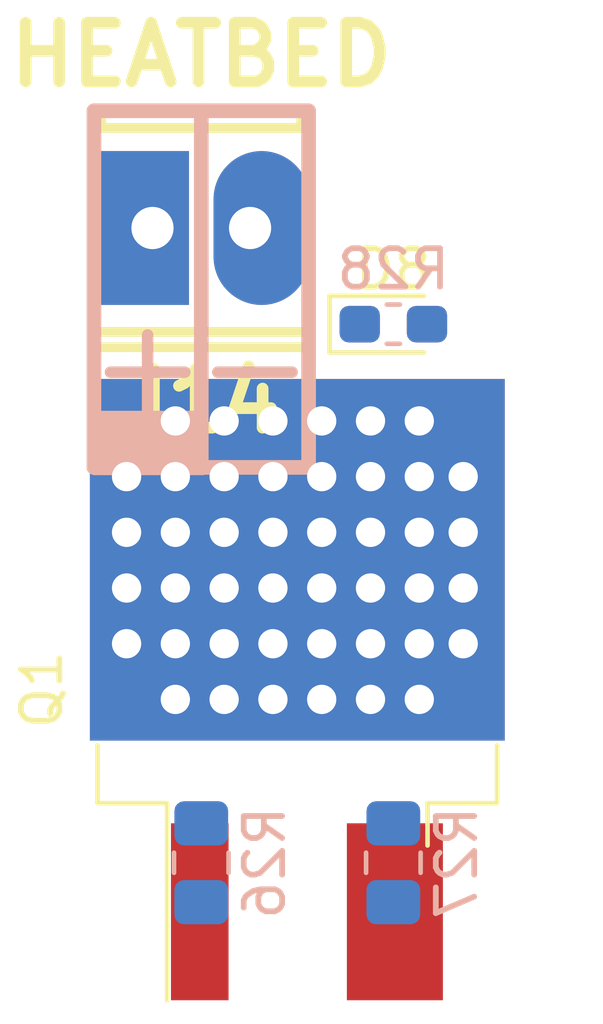
<source format=kicad_pcb>
(kicad_pcb (version 20171130) (host pcbnew 5.0.2-bee76a0~70~ubuntu18.04.1)

  (general
    (thickness 1.6)
    (drawings 0)
    (tracks 0)
    (zones 0)
    (modules 6)
    (nets 7)
  )

  (page A4)
  (layers
    (0 F.Cu signal)
    (31 B.Cu signal)
    (32 B.Adhes user)
    (33 F.Adhes user)
    (34 B.Paste user)
    (35 F.Paste user)
    (36 B.SilkS user)
    (37 F.SilkS user)
    (38 B.Mask user)
    (39 F.Mask user)
    (40 Dwgs.User user)
    (41 Cmts.User user)
    (42 Eco1.User user)
    (43 Eco2.User user)
    (44 Edge.Cuts user)
    (45 Margin user)
    (46 B.CrtYd user)
    (47 F.CrtYd user)
    (48 B.Fab user)
    (49 F.Fab user)
  )

  (setup
    (last_trace_width 0.25)
    (trace_clearance 0.2)
    (zone_clearance 0.508)
    (zone_45_only no)
    (trace_min 0.2)
    (segment_width 0.2)
    (edge_width 0.1)
    (via_size 0.8)
    (via_drill 0.4)
    (via_min_size 0.4)
    (via_min_drill 0.3)
    (uvia_size 0.3)
    (uvia_drill 0.1)
    (uvias_allowed no)
    (uvia_min_size 0.2)
    (uvia_min_drill 0.1)
    (pcb_text_width 0.3)
    (pcb_text_size 1.5 1.5)
    (mod_edge_width 0.15)
    (mod_text_size 1 1)
    (mod_text_width 0.15)
    (pad_size 1.5 1.5)
    (pad_drill 0.6)
    (pad_to_mask_clearance 0)
    (solder_mask_min_width 0.25)
    (aux_axis_origin 0 0)
    (visible_elements FFFFFF7F)
    (pcbplotparams
      (layerselection 0x010fc_ffffffff)
      (usegerberextensions false)
      (usegerberattributes false)
      (usegerberadvancedattributes false)
      (creategerberjobfile false)
      (excludeedgelayer true)
      (linewidth 0.100000)
      (plotframeref false)
      (viasonmask false)
      (mode 1)
      (useauxorigin false)
      (hpglpennumber 1)
      (hpglpenspeed 20)
      (hpglpendiameter 15.000000)
      (psnegative false)
      (psa4output false)
      (plotreference true)
      (plotvalue true)
      (plotinvisibletext false)
      (padsonsilk false)
      (subtractmaskfromsilk false)
      (outputformat 1)
      (mirror false)
      (drillshape 1)
      (scaleselection 1)
      (outputdirectory ""))
  )

  (net 0 "")
  (net 1 GND)
  (net 2 +12V2)
  (net 3 "Net-(Q1-Pad1)")
  (net 4 "Net-(D8-Pad2)")
  (net 5 /-12V2)
  (net 6 /HEATBED_EN)

  (net_class Default "This is the default net class."
    (clearance 0.2)
    (trace_width 0.25)
    (via_dia 0.8)
    (via_drill 0.4)
    (uvia_dia 0.3)
    (uvia_drill 0.1)
    (add_net +12V2)
    (add_net /-12V2)
    (add_net /HEATBED_EN)
    (add_net GND)
    (add_net "Net-(D8-Pad2)")
    (add_net "Net-(Q1-Pad1)")
  )

  (module footprint-lib:TO-263-2,thermal_vias (layer F.Cu) (tedit 5CC92939) (tstamp 5CCA9C27)
    (at 7 17 90)
    (descr "TO-263 / D2PAK / DDPAK SMD package, http://www.infineon.com/cms/en/product/packages/PG-TO263/PG-TO263-3-1/")
    (tags "D2PAK DDPAK TO-263 D2PAK-3 TO-263-3 SOT-404")
    (path /5CC0BC7B)
    (attr smd)
    (fp_text reference Q1 (at 0 -6.65 90) (layer F.SilkS)
      (effects (font (size 1 1) (thickness 0.15)))
    )
    (fp_text value WSK220N04 (at 0 6.65 90) (layer F.Fab)
      (effects (font (size 1 1) (thickness 0.15)))
    )
    (fp_line (start 6.5 -5) (end 7.5 -5) (layer F.Fab) (width 0.1))
    (fp_line (start 7.5 -5) (end 7.5 5) (layer F.Fab) (width 0.1))
    (fp_line (start 7.5 5) (end 6.5 5) (layer F.Fab) (width 0.1))
    (fp_line (start 4.825201 -5) (end 4.825201 5) (layer F.Fab) (width 0.1))
    (fp_line (start 6.5 5) (end -2.75 5) (layer F.Fab) (width 0.1))
    (fp_line (start -2.75 5) (end -2.75 -4) (layer F.Fab) (width 0.1))
    (fp_line (start -2.75 -4) (end -1.75 -5) (layer F.Fab) (width 0.1))
    (fp_line (start -1.75 -5) (end 6.5 -5) (layer F.Fab) (width 0.1))
    (fp_line (start -2.75 -3.04) (end -7.45 -3.04) (layer F.Fab) (width 0.1))
    (fp_line (start -7.45 -3.04) (end -7.45 -2.04) (layer F.Fab) (width 0.1))
    (fp_line (start -7.45 -2.04) (end -2.75 -2.04) (layer F.Fab) (width 0.1))
    (fp_line (start -2.75 2.04) (end -7.45 2.04) (layer F.Fab) (width 0.1))
    (fp_line (start -7.45 2.04) (end -7.45 3.04) (layer F.Fab) (width 0.1))
    (fp_line (start -7.45 3.04) (end -2.75 3.04) (layer F.Fab) (width 0.1))
    (fp_line (start -1.45 -5.2) (end -2.95 -5.2) (layer F.SilkS) (width 0.12))
    (fp_line (start -2.95 -5.2) (end -2.95 -3.39) (layer F.SilkS) (width 0.12))
    (fp_line (start -2.95 -3.39) (end -8.075 -3.39) (layer F.SilkS) (width 0.12))
    (fp_line (start -1.45 5.2) (end -2.95 5.2) (layer F.SilkS) (width 0.12))
    (fp_line (start -2.95 5.2) (end -2.95 3.39) (layer F.SilkS) (width 0.12))
    (fp_line (start -2.95 3.39) (end -4.05 3.39) (layer F.SilkS) (width 0.12))
    (fp_line (start -8.32 -5.65) (end -8.32 5.65) (layer F.CrtYd) (width 0.05))
    (fp_line (start -8.32 5.65) (end 8.32 5.65) (layer F.CrtYd) (width 0.05))
    (fp_line (start 8.32 5.65) (end 8.32 -5.65) (layer F.CrtYd) (width 0.05))
    (fp_line (start 8.32 -5.65) (end -8.32 -5.65) (layer F.CrtYd) (width 0.05))
    (fp_text user %R (at 0 0 90) (layer F.Fab)
      (effects (font (size 1 1) (thickness 0.15)))
    )
    (pad 2 thru_hole rect (at 6.985 -1.905 90) (size 1.524 1.524) (drill 0.762) (layers *.Cu *.Mask)
      (net 5 /-12V2))
    (pad 2 thru_hole rect (at 6.985 1.905 90) (size 1.524 1.524) (drill 0.762) (layers *.Cu *.Mask)
      (net 5 /-12V2))
    (pad 2 thru_hole rect (at 6.985 -3.175 90) (size 1.524 1.524) (drill 0.762) (layers *.Cu *.Mask)
      (net 5 /-12V2))
    (pad 2 thru_hole rect (at 6.985 -0.635 90) (size 1.524 1.524) (drill 0.762) (layers *.Cu *.Mask)
      (net 5 /-12V2))
    (pad 2 thru_hole rect (at 6.985 0.635 90) (size 1.524 1.524) (drill 0.762) (layers *.Cu *.Mask)
      (net 5 /-12V2))
    (pad 2 thru_hole rect (at 6.985 3.175 90) (size 1.524 1.524) (drill 0.762) (layers *.Cu *.Mask)
      (net 5 /-12V2))
    (pad 2 thru_hole rect (at 5.5372 4.318 90) (size 1.524 1.524) (drill 0.762) (layers *.Cu *.Mask)
      (net 5 /-12V2))
    (pad 2 thru_hole rect (at 5.5372 -1.905 90) (size 1.524 1.524) (drill 0.762) (layers *.Cu *.Mask)
      (net 5 /-12V2))
    (pad 2 thru_hole rect (at 5.5372 -4.445 90) (size 1.524 1.524) (drill 0.762) (layers *.Cu *.Mask)
      (net 5 /-12V2))
    (pad 2 thru_hole rect (at 5.5372 1.905 90) (size 1.524 1.524) (drill 0.762) (layers *.Cu *.Mask)
      (net 5 /-12V2))
    (pad 2 thru_hole rect (at 5.5372 -3.175 90) (size 1.524 1.524) (drill 0.762) (layers *.Cu *.Mask)
      (net 5 /-12V2))
    (pad 2 thru_hole rect (at 5.5372 -0.635 90) (size 1.524 1.524) (drill 0.762) (layers *.Cu *.Mask)
      (net 5 /-12V2))
    (pad 2 thru_hole rect (at 5.5372 0.635 90) (size 1.524 1.524) (drill 0.762) (layers *.Cu *.Mask)
      (net 5 /-12V2))
    (pad 2 thru_hole rect (at 5.5372 3.175 90) (size 1.524 1.524) (drill 0.762) (layers *.Cu *.Mask)
      (net 5 /-12V2))
    (pad 2 thru_hole rect (at 4.0894 4.318 90) (size 1.524 1.524) (drill 0.762) (layers *.Cu *.Mask)
      (net 5 /-12V2))
    (pad 2 thru_hole rect (at 4.0894 -1.905 90) (size 1.524 1.524) (drill 0.762) (layers *.Cu *.Mask)
      (net 5 /-12V2))
    (pad 2 thru_hole rect (at 4.0894 -4.445 90) (size 1.524 1.524) (drill 0.762) (layers *.Cu *.Mask)
      (net 5 /-12V2))
    (pad 2 thru_hole rect (at 4.0894 1.905 90) (size 1.524 1.524) (drill 0.762) (layers *.Cu *.Mask)
      (net 5 /-12V2))
    (pad 2 thru_hole rect (at 4.0894 -3.175 90) (size 1.524 1.524) (drill 0.762) (layers *.Cu *.Mask)
      (net 5 /-12V2))
    (pad 2 thru_hole rect (at 4.0894 -0.635 90) (size 1.524 1.524) (drill 0.762) (layers *.Cu *.Mask)
      (net 5 /-12V2))
    (pad 2 thru_hole rect (at 4.0894 0.635 90) (size 1.524 1.524) (drill 0.762) (layers *.Cu *.Mask)
      (net 5 /-12V2))
    (pad 2 thru_hole rect (at 4.0894 3.175 90) (size 1.524 1.524) (drill 0.762) (layers *.Cu *.Mask)
      (net 5 /-12V2))
    (pad 2 thru_hole rect (at 2.6416 4.318 90) (size 1.524 1.524) (drill 0.762) (layers *.Cu *.Mask)
      (net 5 /-12V2))
    (pad 2 thru_hole rect (at 2.6416 -1.905 90) (size 1.524 1.524) (drill 0.762) (layers *.Cu *.Mask)
      (net 5 /-12V2))
    (pad 2 thru_hole rect (at 2.6416 -4.445 90) (size 1.524 1.524) (drill 0.762) (layers *.Cu *.Mask)
      (net 5 /-12V2))
    (pad 2 thru_hole rect (at 2.6416 1.905 90) (size 1.524 1.524) (drill 0.762) (layers *.Cu *.Mask)
      (net 5 /-12V2))
    (pad 2 thru_hole rect (at 2.6416 -3.175 90) (size 1.524 1.524) (drill 0.762) (layers *.Cu *.Mask)
      (net 5 /-12V2))
    (pad 2 thru_hole rect (at 2.6416 -0.635 90) (size 1.524 1.524) (drill 0.762) (layers *.Cu *.Mask)
      (net 5 /-12V2))
    (pad 2 thru_hole rect (at 2.6416 0.635 90) (size 1.524 1.524) (drill 0.762) (layers *.Cu *.Mask)
      (net 5 /-12V2))
    (pad 2 thru_hole rect (at 2.6416 3.175 90) (size 1.524 1.524) (drill 0.762) (layers *.Cu *.Mask)
      (net 5 /-12V2))
    (pad 2 thru_hole rect (at 1.1938 4.318 90) (size 1.524 1.524) (drill 0.762) (layers *.Cu *.Mask)
      (net 5 /-12V2))
    (pad 2 thru_hole rect (at 1.1938 -1.905 90) (size 1.524 1.524) (drill 0.762) (layers *.Cu *.Mask)
      (net 5 /-12V2))
    (pad 2 thru_hole rect (at 1.1938 -4.445 90) (size 1.524 1.524) (drill 0.762) (layers *.Cu *.Mask)
      (net 5 /-12V2))
    (pad 2 thru_hole rect (at 1.1938 1.905 90) (size 1.524 1.524) (drill 0.762) (layers *.Cu *.Mask)
      (net 5 /-12V2))
    (pad 2 thru_hole rect (at 1.1938 -3.175 90) (size 1.524 1.524) (drill 0.762) (layers *.Cu *.Mask)
      (net 5 /-12V2))
    (pad 2 thru_hole rect (at 1.1938 -0.635 90) (size 1.524 1.524) (drill 0.762) (layers *.Cu *.Mask)
      (net 5 /-12V2))
    (pad 2 thru_hole rect (at 1.1938 0.635 90) (size 1.524 1.524) (drill 0.762) (layers *.Cu *.Mask)
      (net 5 /-12V2))
    (pad 2 thru_hole rect (at 1.1938 3.175 90) (size 1.524 1.524) (drill 0.762) (layers *.Cu *.Mask)
      (net 5 /-12V2))
    (pad 2 thru_hole rect (at -0.254 3.175 90) (size 1.524 1.524) (drill 0.762) (layers *.Cu *.Mask)
      (net 5 /-12V2))
    (pad 2 thru_hole rect (at -0.254 1.905 90) (size 1.524 1.524) (drill 0.762) (layers *.Cu *.Mask)
      (net 5 /-12V2))
    (pad 2 thru_hole rect (at -0.254 0.635 90) (size 1.524 1.524) (drill 0.762) (layers *.Cu *.Mask)
      (net 5 /-12V2))
    (pad 2 thru_hole rect (at -0.254 -0.635 90) (size 1.524 1.524) (drill 0.762) (layers *.Cu *.Mask)
      (net 5 /-12V2))
    (pad 2 thru_hole rect (at -0.254 -1.905 90) (size 1.524 1.524) (drill 0.762) (layers *.Cu *.Mask)
      (net 5 /-12V2))
    (pad 2 thru_hole rect (at -0.254 -3.175 90) (size 1.524 1.524) (drill 0.762) (layers *.Cu *.Mask)
      (net 5 /-12V2))
    (pad 2 smd rect (at 3.375 0 90) (size 9.4 10.8) (layers B.Cu F.Mask)
      (net 5 /-12V2))
    (pad 1 smd rect (at -5.775 -2.54 90) (size 4.6 1.5) (layers F.Cu F.Paste F.Mask)
      (net 3 "Net-(Q1-Pad1)"))
    (pad 3 smd rect (at -5.775 2.54 90) (size 4.6 2.5) (layers F.Cu F.Paste F.Mask)
      (net 1 GND))
    (pad 2 smd rect (at 3.375 0 90) (size 9.4 10.8) (layers F.Cu F.Mask)
      (net 5 /-12V2))
    (pad "" smd rect (at 5.8 2.775 90) (size 4.55 5.25) (layers F.Paste))
    (pad "" smd rect (at 0.95 -2.775 90) (size 4.55 5.25) (layers F.Paste))
    (pad "" smd rect (at 5.8 -2.775 90) (size 4.55 5.25) (layers F.Paste))
    (pad "" smd rect (at 0.95 2.775 90) (size 4.55 5.25) (layers F.Paste))
    (model ${KISYS3DMOD}/Package_TO_SOT_SMD.3dshapes/TO-263-2.wrl
      (at (xyz 0 0 0))
      (scale (xyz 1 1 1))
      (rotate (xyz 0 0 0))
    )
  )

  (module LED_SMD:LED_0603_1608Metric_Pad1.05x0.95mm_HandSolder (layer F.Cu) (tedit 5B4B45C9) (tstamp 5CCAA468)
    (at 9.5 7.5)
    (descr "LED SMD 0603 (1608 Metric), square (rectangular) end terminal, IPC_7351 nominal, (Body size source: http://www.tortai-tech.com/upload/download/2011102023233369053.pdf), generated with kicad-footprint-generator")
    (tags "LED handsolder")
    (path /5CC0C24D)
    (attr smd)
    (fp_text reference D8 (at 0 -1.43) (layer F.SilkS)
      (effects (font (size 1 1) (thickness 0.15)))
    )
    (fp_text value LED_RED,0603 (at 0 1.43) (layer F.Fab)
      (effects (font (size 1 1) (thickness 0.15)))
    )
    (fp_line (start 0.8 -0.4) (end -0.5 -0.4) (layer F.Fab) (width 0.1))
    (fp_line (start -0.5 -0.4) (end -0.8 -0.1) (layer F.Fab) (width 0.1))
    (fp_line (start -0.8 -0.1) (end -0.8 0.4) (layer F.Fab) (width 0.1))
    (fp_line (start -0.8 0.4) (end 0.8 0.4) (layer F.Fab) (width 0.1))
    (fp_line (start 0.8 0.4) (end 0.8 -0.4) (layer F.Fab) (width 0.1))
    (fp_line (start 0.8 -0.735) (end -1.66 -0.735) (layer F.SilkS) (width 0.12))
    (fp_line (start -1.66 -0.735) (end -1.66 0.735) (layer F.SilkS) (width 0.12))
    (fp_line (start -1.66 0.735) (end 0.8 0.735) (layer F.SilkS) (width 0.12))
    (fp_line (start -1.65 0.73) (end -1.65 -0.73) (layer F.CrtYd) (width 0.05))
    (fp_line (start -1.65 -0.73) (end 1.65 -0.73) (layer F.CrtYd) (width 0.05))
    (fp_line (start 1.65 -0.73) (end 1.65 0.73) (layer F.CrtYd) (width 0.05))
    (fp_line (start 1.65 0.73) (end -1.65 0.73) (layer F.CrtYd) (width 0.05))
    (fp_text user %R (at 0 0) (layer F.Fab)
      (effects (font (size 0.4 0.4) (thickness 0.06)))
    )
    (pad 1 smd roundrect (at -0.875 0) (size 1.05 0.95) (layers F.Cu F.Paste F.Mask) (roundrect_rratio 0.25)
      (net 5 /-12V2))
    (pad 2 smd roundrect (at 0.875 0) (size 1.05 0.95) (layers F.Cu F.Paste F.Mask) (roundrect_rratio 0.25)
      (net 4 "Net-(D8-Pad2)"))
    (model ${KISYS3DMOD}/LED_SMD.3dshapes/LED_0603_1608Metric.wrl
      (at (xyz 0 0 0))
      (scale (xyz 1 1 1))
      (rotate (xyz 0 0 0))
    )
  )

  (module Resistor_SMD:R_0603_1608Metric_Pad1.05x0.95mm_HandSolder (layer B.Cu) (tedit 5B301BBD) (tstamp 5CCAA18B)
    (at 9.5 7.5 180)
    (descr "Resistor SMD 0603 (1608 Metric), square (rectangular) end terminal, IPC_7351 nominal with elongated pad for handsoldering. (Body size source: http://www.tortai-tech.com/upload/download/2011102023233369053.pdf), generated with kicad-footprint-generator")
    (tags "resistor handsolder")
    (path /5CC0C120)
    (attr smd)
    (fp_text reference R28 (at 0 1.43 180) (layer B.SilkS)
      (effects (font (size 1 1) (thickness 0.15)) (justify mirror))
    )
    (fp_text value R182,0603 (at 0 -1.43 180) (layer B.Fab)
      (effects (font (size 1 1) (thickness 0.15)) (justify mirror))
    )
    (fp_text user %R (at 0 0 180) (layer B.Fab)
      (effects (font (size 0.4 0.4) (thickness 0.06)) (justify mirror))
    )
    (fp_line (start 1.65 -0.73) (end -1.65 -0.73) (layer B.CrtYd) (width 0.05))
    (fp_line (start 1.65 0.73) (end 1.65 -0.73) (layer B.CrtYd) (width 0.05))
    (fp_line (start -1.65 0.73) (end 1.65 0.73) (layer B.CrtYd) (width 0.05))
    (fp_line (start -1.65 -0.73) (end -1.65 0.73) (layer B.CrtYd) (width 0.05))
    (fp_line (start -0.171267 -0.51) (end 0.171267 -0.51) (layer B.SilkS) (width 0.12))
    (fp_line (start -0.171267 0.51) (end 0.171267 0.51) (layer B.SilkS) (width 0.12))
    (fp_line (start 0.8 -0.4) (end -0.8 -0.4) (layer B.Fab) (width 0.1))
    (fp_line (start 0.8 0.4) (end 0.8 -0.4) (layer B.Fab) (width 0.1))
    (fp_line (start -0.8 0.4) (end 0.8 0.4) (layer B.Fab) (width 0.1))
    (fp_line (start -0.8 -0.4) (end -0.8 0.4) (layer B.Fab) (width 0.1))
    (pad 2 smd roundrect (at 0.875 0 180) (size 1.05 0.95) (layers B.Cu B.Paste B.Mask) (roundrect_rratio 0.25)
      (net 2 +12V2))
    (pad 1 smd roundrect (at -0.875 0 180) (size 1.05 0.95) (layers B.Cu B.Paste B.Mask) (roundrect_rratio 0.25)
      (net 4 "Net-(D8-Pad2)"))
    (model ${KISYS3DMOD}/Resistor_SMD.3dshapes/R_0603_1608Metric.wrl
      (at (xyz 0 0 0))
      (scale (xyz 1 1 1))
      (rotate (xyz 0 0 0))
    )
  )

  (module Resistor_SMD:R_0805_2012Metric_Pad1.15x1.40mm_HandSolder (layer B.Cu) (tedit 5B36C52B) (tstamp 5CCA9ED2)
    (at 9.5 21.5 90)
    (descr "Resistor SMD 0805 (2012 Metric), square (rectangular) end terminal, IPC_7351 nominal with elongated pad for handsoldering. (Body size source: https://docs.google.com/spreadsheets/d/1BsfQQcO9C6DZCsRaXUlFlo91Tg2WpOkGARC1WS5S8t0/edit?usp=sharing), generated with kicad-footprint-generator")
    (tags "resistor handsolder")
    (path /5CC0BF5E)
    (attr smd)
    (fp_text reference R27 (at 0 1.65 90) (layer B.SilkS)
      (effects (font (size 1 1) (thickness 0.15)) (justify mirror))
    )
    (fp_text value R104,0805 (at 0 -1.65 90) (layer B.Fab)
      (effects (font (size 1 1) (thickness 0.15)) (justify mirror))
    )
    (fp_line (start -1 -0.6) (end -1 0.6) (layer B.Fab) (width 0.1))
    (fp_line (start -1 0.6) (end 1 0.6) (layer B.Fab) (width 0.1))
    (fp_line (start 1 0.6) (end 1 -0.6) (layer B.Fab) (width 0.1))
    (fp_line (start 1 -0.6) (end -1 -0.6) (layer B.Fab) (width 0.1))
    (fp_line (start -0.261252 0.71) (end 0.261252 0.71) (layer B.SilkS) (width 0.12))
    (fp_line (start -0.261252 -0.71) (end 0.261252 -0.71) (layer B.SilkS) (width 0.12))
    (fp_line (start -1.85 -0.95) (end -1.85 0.95) (layer B.CrtYd) (width 0.05))
    (fp_line (start -1.85 0.95) (end 1.85 0.95) (layer B.CrtYd) (width 0.05))
    (fp_line (start 1.85 0.95) (end 1.85 -0.95) (layer B.CrtYd) (width 0.05))
    (fp_line (start 1.85 -0.95) (end -1.85 -0.95) (layer B.CrtYd) (width 0.05))
    (fp_text user %R (at 0 0 90) (layer B.Fab)
      (effects (font (size 0.5 0.5) (thickness 0.08)) (justify mirror))
    )
    (pad 1 smd roundrect (at -1.025 0 90) (size 1.15 1.4) (layers B.Cu B.Paste B.Mask) (roundrect_rratio 0.217391)
      (net 1 GND))
    (pad 2 smd roundrect (at 1.025 0 90) (size 1.15 1.4) (layers B.Cu B.Paste B.Mask) (roundrect_rratio 0.217391)
      (net 6 /HEATBED_EN))
    (model ${KISYS3DMOD}/Resistor_SMD.3dshapes/R_0805_2012Metric.wrl
      (at (xyz 0 0 0))
      (scale (xyz 1 1 1))
      (rotate (xyz 0 0 0))
    )
  )

  (module Resistor_SMD:R_0805_2012Metric_Pad1.15x1.40mm_HandSolder (layer B.Cu) (tedit 5B36C52B) (tstamp 5CCA9EB0)
    (at 4.5 21.5 90)
    (descr "Resistor SMD 0805 (2012 Metric), square (rectangular) end terminal, IPC_7351 nominal with elongated pad for handsoldering. (Body size source: https://docs.google.com/spreadsheets/d/1BsfQQcO9C6DZCsRaXUlFlo91Tg2WpOkGARC1WS5S8t0/edit?usp=sharing), generated with kicad-footprint-generator")
    (tags "resistor handsolder")
    (path /5CC0BDB8)
    (attr smd)
    (fp_text reference R26 (at 0 1.65 90) (layer B.SilkS)
      (effects (font (size 1 1) (thickness 0.15)) (justify mirror))
    )
    (fp_text value R100,0805 (at 0 -1.65 90) (layer B.Fab)
      (effects (font (size 1 1) (thickness 0.15)) (justify mirror))
    )
    (fp_line (start -1 -0.6) (end -1 0.6) (layer B.Fab) (width 0.1))
    (fp_line (start -1 0.6) (end 1 0.6) (layer B.Fab) (width 0.1))
    (fp_line (start 1 0.6) (end 1 -0.6) (layer B.Fab) (width 0.1))
    (fp_line (start 1 -0.6) (end -1 -0.6) (layer B.Fab) (width 0.1))
    (fp_line (start -0.261252 0.71) (end 0.261252 0.71) (layer B.SilkS) (width 0.12))
    (fp_line (start -0.261252 -0.71) (end 0.261252 -0.71) (layer B.SilkS) (width 0.12))
    (fp_line (start -1.85 -0.95) (end -1.85 0.95) (layer B.CrtYd) (width 0.05))
    (fp_line (start -1.85 0.95) (end 1.85 0.95) (layer B.CrtYd) (width 0.05))
    (fp_line (start 1.85 0.95) (end 1.85 -0.95) (layer B.CrtYd) (width 0.05))
    (fp_line (start 1.85 -0.95) (end -1.85 -0.95) (layer B.CrtYd) (width 0.05))
    (fp_text user %R (at 0 0 90) (layer B.Fab)
      (effects (font (size 0.5 0.5) (thickness 0.08)) (justify mirror))
    )
    (pad 1 smd roundrect (at -1.025 0 90) (size 1.15 1.4) (layers B.Cu B.Paste B.Mask) (roundrect_rratio 0.217391)
      (net 3 "Net-(Q1-Pad1)"))
    (pad 2 smd roundrect (at 1.025 0 90) (size 1.15 1.4) (layers B.Cu B.Paste B.Mask) (roundrect_rratio 0.217391)
      (net 6 /HEATBED_EN))
    (model ${KISYS3DMOD}/Resistor_SMD.3dshapes/R_0805_2012Metric.wrl
      (at (xyz 0 0 0))
      (scale (xyz 1 1 1))
      (rotate (xyz 0 0 0))
    )
  )

  (module footprint-lib:mpt_0,5%2f2-2,54,heatbed (layer F.Cu) (tedit 5CC1F5F6) (tstamp 5CCA9915)
    (at 4.5 5 180)
    (descr "2-way 2.54mm pitch terminal block, Phoenix MPT series")
    (path /5CC0B91A)
    (fp_text reference J14 (at 0 -4.50088 180) (layer F.SilkS)
      (effects (font (size 1.524 1.524) (thickness 0.3048)))
    )
    (fp_text value HEATBED (at 0 4.50088 180) (layer F.SilkS)
      (effects (font (size 1.524 1.524) (thickness 0.3048)))
    )
    (fp_text user - (at -1.397 -3.556 180) (layer B.SilkS)
      (effects (font (size 2.54 2.54) (thickness 0.3)) (justify mirror))
    )
    (fp_text user + (at 1.397 -3.556 180) (layer B.SilkS)
      (effects (font (size 2.54 2.54) (thickness 0.3)) (justify mirror))
    )
    (fp_poly (pts (xy 0 -6.35) (xy 0 -4.826) (xy 2.794 -4.826) (xy 2.794 -6.35)) (layer B.SilkS) (width 0.15))
    (fp_line (start 0 -6.223) (end 0 3.048) (layer B.SilkS) (width 0.381))
    (fp_line (start 2.794 -6.223) (end -2.794 -6.223) (layer B.SilkS) (width 0.381))
    (fp_line (start 2.794 3.048) (end 2.794 -6.223) (layer B.SilkS) (width 0.381))
    (fp_line (start -2.794 3.048) (end 2.794 3.048) (layer B.SilkS) (width 0.381))
    (fp_line (start -2.794 -6.223) (end -2.794 3.048) (layer B.SilkS) (width 0.381))
    (fp_line (start -2.79908 -3.0988) (end -2.79908 3.0988) (layer F.SilkS) (width 0.254))
    (fp_line (start 2.79908 -3.0988) (end -2.79908 -3.0988) (layer F.SilkS) (width 0.254))
    (fp_line (start 2.79908 3.0988) (end 2.79908 -3.0988) (layer F.SilkS) (width 0.254))
    (fp_line (start -2.79908 3.0988) (end 2.79908 3.0988) (layer F.SilkS) (width 0.254))
    (fp_line (start -2.79908 -2.70002) (end 2.79908 -2.70002) (layer F.SilkS) (width 0.254))
    (fp_line (start 0 3.0988) (end 0 2.60096) (layer F.SilkS) (width 0.254))
    (fp_line (start 2.60096 2.60096) (end 2.60096 3.0988) (layer F.SilkS) (width 0.254))
    (fp_line (start -2.60096 3.0988) (end -2.60096 2.60096) (layer F.SilkS) (width 0.254))
    (fp_line (start 2.79908 2.60096) (end -2.79908 2.60096) (layer F.SilkS) (width 0.254))
    (pad 1 thru_hole rect (at 1.27 0 180) (size 2.5 3.99898) (drill 1.09728 (offset 0.3 0)) (layers *.Cu *.Mask)
      (net 2 +12V2))
    (pad 2 thru_hole oval (at -1.27 0 180) (size 2.5 3.99898) (drill 1.09728 (offset -0.3 0)) (layers *.Cu *.Mask)
      (net 5 /-12V2))
    (model ${HOME}/_workspace/kicad/kicad_library/smisioto-footprints/modules/packages3d/walter/conn_mpt/mpt_0,5-2-2,54.wrl
      (at (xyz 0 0 0))
      (scale (xyz 1 1 1))
      (rotate (xyz 0 0 0))
    )
  )

)

</source>
